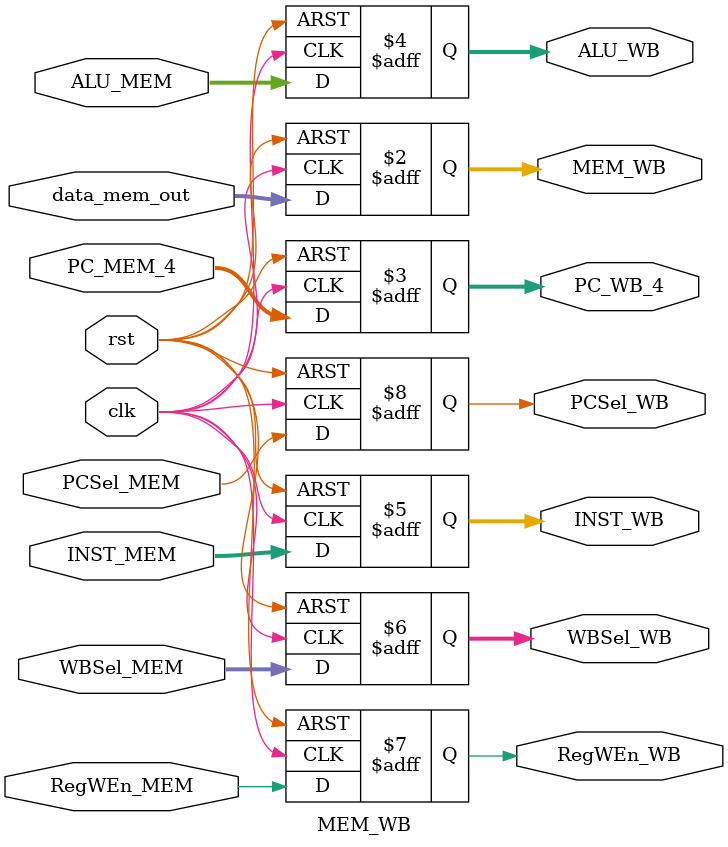
<source format=sv>
`timescale 1ns / 1ps


module MEM_WB(
    input  logic        clk,
    input  logic        rst,
    input  logic [31:0] PC_MEM_4,
    input  logic [31:0] ALU_MEM,
    input  logic [31:0] data_mem_out,
    input  logic [31:0] INST_MEM,
    input   logic [1:0]  WBSel_MEM,
    input  logic  RegWEn_MEM,
    input logic PCSel_MEM,
    
    output logic [31:0] PC_WB_4,
    output logic [31:0] ALU_WB,
    output logic [31:0] MEM_WB,
    output logic [31:0] INST_WB,
    output logic [1:0]  WBSel_WB,
    output logic RegWEn_WB,
    output logic PCSel_WB
);


always_ff @(posedge clk or posedge rst) begin
    if (rst) begin
        PC_WB_4 <= 32'b0;
        ALU_WB  <= 32'b0;
        MEM_WB  <= 32'b0;
        INST_WB <= 32'b0;
        WBSel_WB <=0;
        RegWEn_WB<= 0;
        PCSel_WB<= 0;
    end else begin
        PC_WB_4 <= PC_MEM_4;
        ALU_WB  <= ALU_MEM;
        MEM_WB  <= data_mem_out;
        INST_WB <= INST_MEM;
        WBSel_WB <= WBSel_MEM;
        RegWEn_WB<= RegWEn_MEM;
        PCSel_WB<= PCSel_MEM;
    end
end

endmodule


</source>
